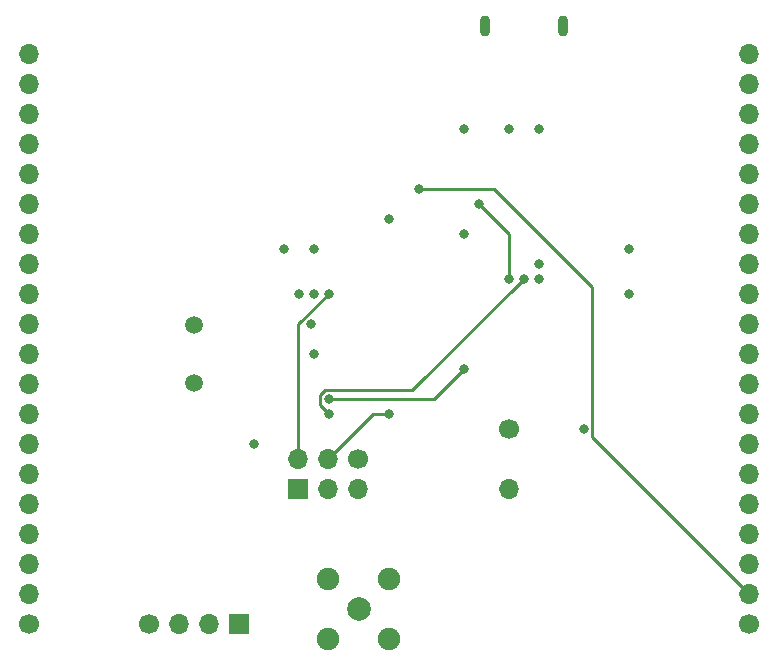
<source format=gbr>
%TF.GenerationSoftware,KiCad,Pcbnew,(6.0.5)*%
%TF.CreationDate,2022-09-12T21:51:21+10:00*%
%TF.ProjectId,shield,73686965-6c64-42e6-9b69-6361645f7063,rev?*%
%TF.SameCoordinates,Original*%
%TF.FileFunction,Copper,L4,Bot*%
%TF.FilePolarity,Positive*%
%FSLAX46Y46*%
G04 Gerber Fmt 4.6, Leading zero omitted, Abs format (unit mm)*
G04 Created by KiCad (PCBNEW (6.0.5)) date 2022-09-12 21:51:21*
%MOMM*%
%LPD*%
G01*
G04 APERTURE LIST*
%TA.AperFunction,ComponentPad*%
%ADD10C,2.006600*%
%TD*%
%TA.AperFunction,ComponentPad*%
%ADD11C,1.905000*%
%TD*%
%TA.AperFunction,ComponentPad*%
%ADD12O,0.900000X1.800000*%
%TD*%
%TA.AperFunction,ComponentPad*%
%ADD13C,1.700000*%
%TD*%
%TA.AperFunction,ComponentPad*%
%ADD14O,1.700000X1.700000*%
%TD*%
%TA.AperFunction,ComponentPad*%
%ADD15R,1.700000X1.700000*%
%TD*%
%TA.AperFunction,ComponentPad*%
%ADD16C,1.500000*%
%TD*%
%TA.AperFunction,ViaPad*%
%ADD17C,0.800000*%
%TD*%
%TA.AperFunction,Conductor*%
%ADD18C,0.250000*%
%TD*%
G04 APERTURE END LIST*
D10*
%TO.P,J7,1,In*%
%TO.N,PIN_TRIG*%
X78740000Y-111760000D03*
D11*
%TO.P,J7,2,Ext*%
%TO.N,GND*%
X76187300Y-109207300D03*
%TO.P,J7,3*%
X76187300Y-114312700D03*
%TO.P,J7,4*%
X81292700Y-114312700D03*
%TO.P,J7,5*%
X81292700Y-109207300D03*
%TD*%
D12*
%TO.P,J4,S5,SHIELD*%
%TO.N,Net-(J4-PadS1)*%
X96009993Y-62407800D03*
%TO.P,J4,S6,SHIELD*%
X89410000Y-62407800D03*
%TD*%
D13*
%TO.P,J3,1,MISO*%
%TO.N,H_MISO*%
X78724989Y-99054996D03*
D14*
%TO.P,J3,2,VCC*%
%TO.N,VCC*%
X78725000Y-101595000D03*
%TO.P,J3,3,SCK*%
%TO.N,H_SCK*%
X76185000Y-99055000D03*
%TO.P,J3,4,MOSI*%
%TO.N,H_MOSI*%
X76185000Y-101595000D03*
%TO.P,J3,5,~{RST}*%
%TO.N,AVR_RESET*%
X73645000Y-99055000D03*
D15*
%TO.P,J3,6,GND*%
%TO.N,GND*%
X73644989Y-101594996D03*
%TD*%
D13*
%TO.P,J1,1,Pin_1*%
%TO.N,GND*%
X50800000Y-113030000D03*
D14*
%TO.P,J1,2,Pin_2*%
%TO.N,3.3V*%
X50800000Y-110490000D03*
%TO.P,J1,3,Pin_3*%
%TO.N,unconnected-(J1-Pad3)*%
X50800000Y-107950000D03*
%TO.P,J1,4,Pin_4*%
%TO.N,unconnected-(J1-Pad4)*%
X50800000Y-105410000D03*
%TO.P,J1,5,Pin_5*%
%TO.N,unconnected-(J1-Pad5)*%
X50800000Y-102870000D03*
%TO.P,J1,6,Pin_6*%
%TO.N,unconnected-(J1-Pad6)*%
X50800000Y-100330000D03*
%TO.P,J1,7,Pin_7*%
%TO.N,unconnected-(J1-Pad7)*%
X50800000Y-97790000D03*
%TO.P,J1,8,Pin_8*%
%TO.N,unconnected-(J1-Pad8)*%
X50800000Y-95250000D03*
%TO.P,J1,9,Pin_9*%
%TO.N,unconnected-(J1-Pad9)*%
X50800000Y-92710000D03*
%TO.P,J1,10,Pin_10*%
%TO.N,unconnected-(J1-Pad10)*%
X50800000Y-90170000D03*
%TO.P,J1,11,Pin_11*%
%TO.N,unconnected-(J1-Pad11)*%
X50800000Y-87630000D03*
%TO.P,J1,12,Pin_12*%
%TO.N,unconnected-(J1-Pad12)*%
X50800000Y-85090000D03*
%TO.P,J1,13,Pin_13*%
%TO.N,unconnected-(J1-Pad13)*%
X50800000Y-82550000D03*
%TO.P,J1,14,Pin_14*%
%TO.N,unconnected-(J1-Pad14)*%
X50800000Y-80010000D03*
%TO.P,J1,15,Pin_15*%
%TO.N,unconnected-(J1-Pad15)*%
X50800000Y-77470000D03*
%TO.P,J1,16,Pin_16*%
%TO.N,unconnected-(J1-Pad16)*%
X50800000Y-74930000D03*
%TO.P,J1,17,Pin_17*%
%TO.N,unconnected-(J1-Pad17)*%
X50800000Y-72390000D03*
%TO.P,J1,18,Pin_18*%
%TO.N,unconnected-(J1-Pad18)*%
X50800000Y-69850000D03*
%TO.P,J1,19,Pin_19*%
%TO.N,unconnected-(J1-Pad19)*%
X50800000Y-67310000D03*
%TO.P,J1,20,Pin_20*%
%TO.N,unconnected-(J1-Pad20)*%
X50800000Y-64770000D03*
%TD*%
D13*
%TO.P,J2,1,Pin_1*%
%TO.N,GND*%
X111760003Y-113030000D03*
D14*
%TO.P,J2,2,Pin_2*%
%TO.N,5V*%
X111760000Y-110490000D03*
%TO.P,J2,3,Pin_3*%
%TO.N,unconnected-(J2-Pad3)*%
X111760000Y-107950000D03*
%TO.P,J2,4,Pin_4*%
%TO.N,unconnected-(J2-Pad4)*%
X111760000Y-105410000D03*
%TO.P,J2,5,Pin_5*%
%TO.N,unconnected-(J2-Pad5)*%
X111760000Y-102870000D03*
%TO.P,J2,6,Pin_6*%
%TO.N,unconnected-(J2-Pad6)*%
X111760000Y-100330000D03*
%TO.P,J2,7,Pin_7*%
%TO.N,unconnected-(J2-Pad7)*%
X111760000Y-97790000D03*
%TO.P,J2,8,Pin_8*%
%TO.N,unconnected-(J2-Pad8)*%
X111760000Y-95250000D03*
%TO.P,J2,9,Pin_9*%
%TO.N,unconnected-(J2-Pad9)*%
X111760000Y-92710000D03*
%TO.P,J2,10,Pin_10*%
%TO.N,unconnected-(J2-Pad10)*%
X111760000Y-90170000D03*
%TO.P,J2,11,Pin_11*%
%TO.N,unconnected-(J2-Pad11)*%
X111760000Y-87630000D03*
%TO.P,J2,12,Pin_12*%
%TO.N,unconnected-(J2-Pad12)*%
X111760000Y-85090000D03*
%TO.P,J2,13,Pin_13*%
%TO.N,unconnected-(J2-Pad13)*%
X111760000Y-82550000D03*
%TO.P,J2,14,Pin_14*%
%TO.N,unconnected-(J2-Pad14)*%
X111760000Y-80010000D03*
%TO.P,J2,15,Pin_15*%
%TO.N,unconnected-(J2-Pad15)*%
X111760000Y-77470000D03*
%TO.P,J2,16,Pin_16*%
%TO.N,unconnected-(J2-Pad16)*%
X111760000Y-74930000D03*
%TO.P,J2,17,Pin_17*%
%TO.N,unconnected-(J2-Pad17)*%
X111760000Y-72390000D03*
%TO.P,J2,18,Pin_18*%
%TO.N,unconnected-(J2-Pad18)*%
X111760000Y-69850000D03*
%TO.P,J2,19,Pin_19*%
%TO.N,unconnected-(J2-Pad19)*%
X111760000Y-67310000D03*
%TO.P,J2,20,Pin_20*%
%TO.N,unconnected-(J2-Pad20)*%
X111760000Y-64770000D03*
%TD*%
D13*
%TO.P,J6,1,Pin_1*%
%TO.N,VCC*%
X60970000Y-113030000D03*
D14*
%TO.P,J6,2,Pin_2*%
%TO.N,TXD*%
X63510000Y-113030000D03*
%TO.P,J6,3,Pin_3*%
%TO.N,RXD*%
X66050000Y-113030000D03*
D15*
%TO.P,J6,4,Pin_4*%
%TO.N,GND*%
X68590000Y-113030000D03*
%TD*%
D16*
%TO.P,Y1,1,1*%
%TO.N,Net-(U1-Pad8)*%
X64770000Y-92620000D03*
%TO.P,Y1,2,2*%
%TO.N,Net-(U1-Pad7)*%
X64770000Y-87740000D03*
%TD*%
D13*
%TO.P,SW1,1*%
%TO.N,GND*%
X91440000Y-96535000D03*
D14*
%TO.P,SW1,2*%
%TO.N,AVR_RESET*%
X91440000Y-101615000D03*
%TD*%
D17*
%TO.N,PIN_TRIG*%
X74930000Y-90170000D03*
%TO.N,GND*%
X87630000Y-71120000D03*
X81280000Y-78740000D03*
X101600000Y-81280000D03*
%TO.N,5V*%
X83820000Y-76200000D03*
%TO.N,D_MINUS*%
X93980000Y-71120000D03*
X74930000Y-81280000D03*
X93980000Y-83820000D03*
%TO.N,D_PLUS*%
X91440000Y-71120000D03*
X93980000Y-82550000D03*
X72390000Y-81280000D03*
%TO.N,VCC*%
X74737011Y-87630000D03*
X101600000Y-85090000D03*
X87630000Y-80010000D03*
X69850000Y-97790000D03*
X97790000Y-96520000D03*
%TO.N,H_RESN*%
X92710000Y-83820000D03*
X76200000Y-95250000D03*
%TO.N,H_SS*%
X76200000Y-93980000D03*
X87630000Y-91440000D03*
%TO.N,H_SCK*%
X81280000Y-95250000D03*
%TO.N,AVR_RESET*%
X76200000Y-85090000D03*
%TO.N,TXD*%
X73660000Y-85090000D03*
%TO.N,RXD*%
X74930000Y-85090000D03*
%TO.N,VUSB_ON*%
X88900000Y-77470000D03*
X91440000Y-83820000D03*
%TD*%
D18*
%TO.N,5V*%
X83820000Y-76200000D02*
X90170000Y-76200000D01*
X90170000Y-76200000D02*
X98514511Y-84544511D01*
X98514511Y-84544511D02*
X98514511Y-97244511D01*
X98514511Y-97244511D02*
X111760000Y-110490000D01*
%TO.N,H_RESN*%
X75475489Y-94525489D02*
X76200000Y-95250000D01*
X75899897Y-93255489D02*
X75475489Y-93679897D01*
X92710000Y-83820000D02*
X83274511Y-93255489D01*
X83274511Y-93255489D02*
X75899897Y-93255489D01*
X75475489Y-93679897D02*
X75475489Y-94525489D01*
%TO.N,H_SS*%
X85090000Y-93980000D02*
X76200000Y-93980000D01*
X87630000Y-91440000D02*
X85090000Y-93980000D01*
%TO.N,H_SCK*%
X81280000Y-95250000D02*
X79990000Y-95250000D01*
X79990000Y-95250000D02*
X76185000Y-99055000D01*
%TO.N,AVR_RESET*%
X73645000Y-87645000D02*
X73645000Y-99055000D01*
X76200000Y-85090000D02*
X73645000Y-87645000D01*
%TO.N,VUSB_ON*%
X91440000Y-80010000D02*
X88900000Y-77470000D01*
X91440000Y-83820000D02*
X91440000Y-80010000D01*
%TD*%
M02*

</source>
